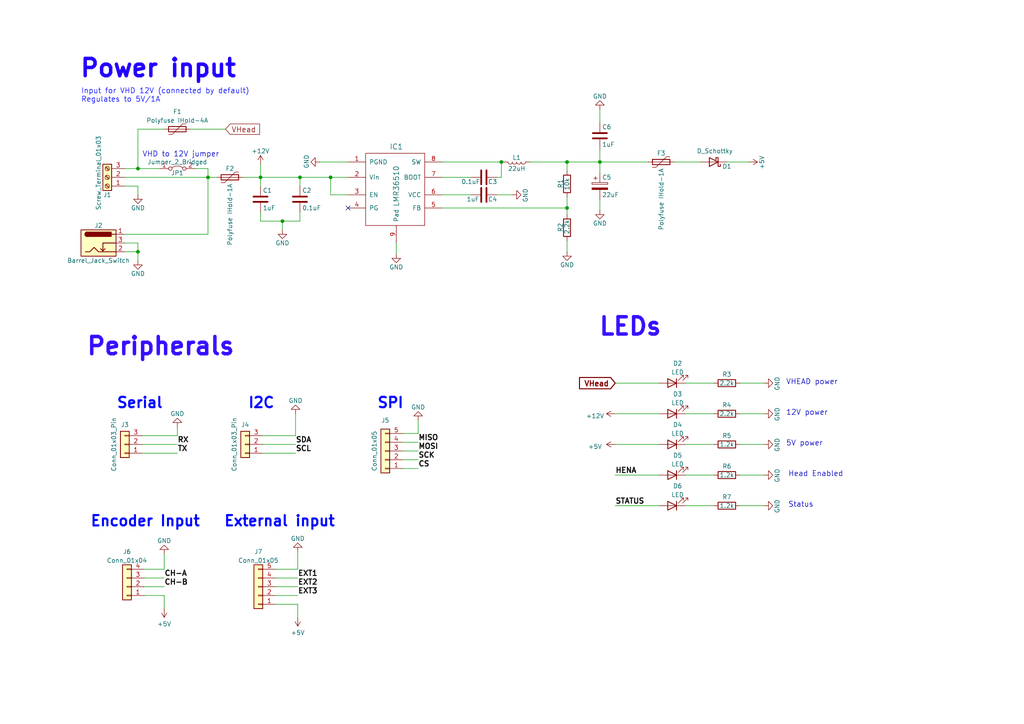
<source format=kicad_sch>
(kicad_sch (version 20230121) (generator eeschema)
  (paper "A4")
  (title_block (date "2023-05-09"))
  (lib_symbols
    (symbol "Connector:Barrel_Jack_Switch" (pin_names hide)
      (property "Reference" "J" (at 0 5.334 0))
      (property "Value" "Barrel_Jack_Switch" (at 0 -5.08 0))
      (symbol "Barrel_Jack_Switch_0_1"
        (rectangle (start -5.08 3.81) (end 5.08 -3.81) (stroke (width 0.254)) (fill (type background)))
        (arc (start -3.302 3.175) (mid -3.9343 2.54) (end -3.302 1.905) (stroke (width 0.254)))
        (arc (start -3.302 3.175) (mid -3.9343 2.54) (end -3.302 1.905) (stroke (width 0.254)) (fill (type outline)))
        (polyline (pts (xy 1.27 -2.286) (xy 1.905 -1.651)) (stroke (width 0.254)))
        (polyline (pts (xy 5.08 2.54) (xy 3.81 2.54)) (stroke (width 0.254)))
        (polyline (pts (xy 5.08 0) (xy 1.27 0) (xy 1.27 -2.286) (xy 0.635 -1.651)) (stroke (width 0.254)))
        (polyline (pts (xy -3.81 -2.54) (xy -2.54 -2.54) (xy -1.27 -1.27) (xy 0 -2.54) (xy 2.54 -2.54) (xy 5.08 -2.54)) (stroke (width 0.254)))
        (rectangle (start 3.683 3.175) (end -3.302 1.905) (stroke (width 0.254)) (fill (type outline)))
      )
      (symbol "Barrel_Jack_Switch_1_1"
        (pin passive line (at 7.62 2.54 180) (length 2.54) (name "~") (number "1"))
        (pin passive line (at 7.62 -2.54 180) (length 2.54) (name "~") (number "2"))
        (pin passive line (at 7.62 0 180) (length 2.54) (name "~") (number "3"))
      )
    )
    (symbol "Connector:Screw_Terminal_01x03" (pin_names (offset 1.016) hide)
      (property "Reference" "J" (at 0 5.08 0))
      (property "Value" "Screw_Terminal_01x03" (at 0 -5.08 0))
      (symbol "Screw_Terminal_01x03_1_1"
        (rectangle (start -1.27 3.81) (end 1.27 -3.81) (stroke (width 0.254)) (fill (type background)))
        (circle (center 0 -2.54) (radius 0.635) (stroke (width 0.1524)))
        (polyline (pts (xy -0.5334 -2.2098) (xy 0.3302 -3.048)) (stroke (width 0.1524)))
        (polyline (pts (xy -0.5334 0.3302) (xy 0.3302 -0.508)) (stroke (width 0.1524)))
        (polyline (pts (xy -0.5334 2.8702) (xy 0.3302 2.032)) (stroke (width 0.1524)))
        (polyline (pts (xy -0.3556 -2.032) (xy 0.508 -2.8702)) (stroke (width 0.1524)))
        (polyline (pts (xy -0.3556 0.508) (xy 0.508 -0.3302)) (stroke (width 0.1524)))
        (polyline (pts (xy -0.3556 3.048) (xy 0.508 2.2098)) (stroke (width 0.1524)))
        (circle (center 0 0) (radius 0.635) (stroke (width 0.1524)))
        (circle (center 0 2.54) (radius 0.635) (stroke (width 0.1524)))
        (pin passive line (at -5.08 2.54 0) (length 3.81) (name "Pin_1") (number "1"))
        (pin passive line (at -5.08 0 0) (length 3.81) (name "Pin_2") (number "2"))
        (pin passive line (at -5.08 -2.54 0) (length 3.81) (name "Pin_3") (number "3"))
      )
    )
    (symbol "Connector_Generic:Conn_01x03" (pin_names (offset 1.016) hide)
      (property "Reference" "J" (at 0 5.08 0))
      (property "Value" "Conn_01x03" (at 0 -5.08 0))
      (symbol "Conn_01x03_1_1"
        (rectangle (start -1.27 -2.413) (end 0 -2.667) (stroke (width 0.1524)))
        (rectangle (start -1.27 0.127) (end 0 -0.127) (stroke (width 0.1524)))
        (rectangle (start -1.27 2.667) (end 0 2.413) (stroke (width 0.1524)))
        (rectangle (start -1.27 3.81) (end 1.27 -3.81) (stroke (width 0.254)) (fill (type background)))
        (pin passive line (at -5.08 2.54 0) (length 3.81) (name "Pin_1") (number "1"))
        (pin passive line (at -5.08 0 0) (length 3.81) (name "Pin_2") (number "2"))
        (pin passive line (at -5.08 -2.54 0) (length 3.81) (name "Pin_3") (number "3"))
      )
    )
    (symbol "Connector_Generic:Conn_01x04" (pin_names (offset 1.016) hide)
      (property "Reference" "J" (at 0 5.08 0))
      (property "Value" "Conn_01x04" (at 0 -7.62 0))
      (symbol "Conn_01x04_1_1"
        (rectangle (start -1.27 -4.953) (end 0 -5.207) (stroke (width 0.1524)))
        (rectangle (start -1.27 -2.413) (end 0 -2.667) (stroke (width 0.1524)))
        (rectangle (start -1.27 0.127) (end 0 -0.127) (stroke (width 0.1524)))
        (rectangle (start -1.27 2.667) (end 0 2.413) (stroke (width 0.1524)))
        (rectangle (start -1.27 3.81) (end 1.27 -6.35) (stroke (width 0.254)) (fill (type background)))
        (pin passive line (at -5.08 2.54 0) (length 3.81) (name "Pin_1") (number "1"))
        (pin passive line (at -5.08 0 0) (length 3.81) (name "Pin_2") (number "2"))
        (pin passive line (at -5.08 -2.54 0) (length 3.81) (name "Pin_3") (number "3"))
        (pin passive line (at -5.08 -5.08 0) (length 3.81) (name "Pin_4") (number "4"))
      )
    )
    (symbol "Connector_Generic:Conn_01x05" (pin_names (offset 1.016) hide)
      (property "Reference" "J" (at 0 7.62 0))
      (property "Value" "Conn_01x05" (at 0 -7.62 0))
      (symbol "Conn_01x05_1_1"
        (rectangle (start -1.27 -4.953) (end 0 -5.207) (stroke (width 0.1524)))
        (rectangle (start -1.27 -2.413) (end 0 -2.667) (stroke (width 0.1524)))
        (rectangle (start -1.27 0.127) (end 0 -0.127) (stroke (width 0.1524)))
        (rectangle (start -1.27 2.667) (end 0 2.413) (stroke (width 0.1524)))
        (rectangle (start -1.27 5.207) (end 0 4.953) (stroke (width 0.1524)))
        (rectangle (start -1.27 6.35) (end 1.27 -6.35) (stroke (width 0.254)) (fill (type background)))
        (pin passive line (at -5.08 5.08 0) (length 3.81) (name "Pin_1") (number "1"))
        (pin passive line (at -5.08 2.54 0) (length 3.81) (name "Pin_2") (number "2"))
        (pin passive line (at -5.08 0 0) (length 3.81) (name "Pin_3") (number "3"))
        (pin passive line (at -5.08 -2.54 0) (length 3.81) (name "Pin_4") (number "4"))
        (pin passive line (at -5.08 -5.08 0) (length 3.81) (name "Pin_5") (number "5"))
      )
    )
    (symbol "Device:C" (pin_numbers hide) (pin_names (offset 0.254))
      (property "Reference" "C" (at 0.635 2.54 0))
      (property "Value" "C" (at 0.635 -2.54 0))
      (symbol "C_0_1"
        (polyline (pts (xy -2.032 -0.762) (xy 2.032 -0.762)) (stroke (width 0.508)))
        (polyline (pts (xy -2.032 0.762) (xy 2.032 0.762)) (stroke (width 0.508)))
      )
      (symbol "C_1_1"
        (pin passive line (at 0 3.81 270) (length 2.794) (name "~") (number "1"))
        (pin passive line (at 0 -3.81 90) (length 2.794) (name "~") (number "2"))
      )
    )
    (symbol "Device:C_Polarized" (pin_numbers hide) (pin_names (offset 0.254))
      (property "Reference" "C" (at 0.635 2.54 0))
      (property "Value" "C_Polarized" (at 0.635 -2.54 0))
      (symbol "C_Polarized_0_1"
        (rectangle (start -2.286 0.508) (end 2.286 1.016))
        (polyline (pts (xy -1.778 2.286) (xy -0.762 2.286)))
        (polyline (pts (xy -1.27 2.794) (xy -1.27 1.778)))
        (rectangle (start 2.286 -0.508) (end -2.286 -1.016) (fill (type outline)))
      )
      (symbol "C_Polarized_1_1"
        (pin passive line (at 0 3.81 270) (length 2.794) (name "~") (number "1"))
        (pin passive line (at 0 -3.81 90) (length 2.794) (name "~") (number "2"))
      )
    )
    (symbol "Device:D_Schottky" (pin_numbers hide) (pin_names (offset 1.016) hide)
      (property "Reference" "D" (at 0 2.54 0))
      (property "Value" "D_Schottky" (at 0 -2.54 0))
      (symbol "D_Schottky_0_1"
        (polyline (pts (xy 1.27 0) (xy -1.27 0)))
        (polyline (pts (xy 1.27 1.27) (xy 1.27 -1.27) (xy -1.27 0) (xy 1.27 1.27)) (stroke (width 0.254)))
        (polyline (pts (xy -1.905 0.635) (xy -1.905 1.27) (xy -1.27 1.27) (xy -1.27 -1.27) (xy -0.635 -1.27) (xy -0.635 -0.635)) (stroke (width 0.254)))
      )
      (symbol "D_Schottky_1_1"
        (pin passive line (at -3.81 0 0) (length 2.54) (name "K") (number "1"))
        (pin passive line (at 3.81 0 180) (length 2.54) (name "A") (number "2"))
      )
    )
    (symbol "Device:L" (pin_numbers hide) (pin_names (offset 1.016) hide)
      (property "Reference" "L" (at -1.27 0 90))
      (property "Value" "L" (at 1.905 0 90))
      (symbol "L_0_1"
        (arc (start 0 -2.54) (mid 0.6323 -1.905) (end 0 -1.27))
        (arc (start 0 -1.27) (mid 0.6323 -0.635) (end 0 0))
        (arc (start 0 0) (mid 0.6323 0.635) (end 0 1.27))
        (arc (start 0 1.27) (mid 0.6323 1.905) (end 0 2.54))
      )
      (symbol "L_1_1"
        (pin passive line (at 0 3.81 270) (length 1.27) (name "1") (number "1"))
        (pin passive line (at 0 -3.81 90) (length 1.27) (name "2") (number "2"))
      )
    )
    (symbol "Device:LED" (pin_numbers hide) (pin_names (offset 1.016) hide)
      (property "Reference" "D" (at 0 2.54 0))
      (property "Value" "LED" (at 0 -2.54 0))
      (symbol "LED_0_1"
        (polyline (pts (xy -1.27 -1.27) (xy -1.27 1.27)) (stroke (width 0.254)))
        (polyline (pts (xy -1.27 0) (xy 1.27 0)))
        (polyline (pts (xy 1.27 -1.27) (xy 1.27 1.27) (xy -1.27 0) (xy 1.27 -1.27)) (stroke (width 0.254)))
        (polyline (pts (xy -3.048 -0.762) (xy -4.572 -2.286) (xy -3.81 -2.286) (xy -4.572 -2.286) (xy -4.572 -1.524)))
        (polyline (pts (xy -1.778 -0.762) (xy -3.302 -2.286) (xy -2.54 -2.286) (xy -3.302 -2.286) (xy -3.302 -1.524)))
      )
      (symbol "LED_1_1"
        (pin passive line (at -3.81 0 0) (length 2.54) (name "K") (number "1"))
        (pin passive line (at 3.81 0 180) (length 2.54) (name "A") (number "2"))
      )
    )
    (symbol "Device:Polyfuse" (pin_numbers hide) (pin_names (offset 0))
      (property "Reference" "F" (at -2.54 0 90))
      (property "Value" "Polyfuse" (at 2.54 0 90))
      (symbol "Polyfuse_0_1"
        (rectangle (start -0.762 2.54) (end 0.762 -2.54) (stroke (width 0.254)))
        (polyline (pts (xy 0 2.54) (xy 0 -2.54)))
        (polyline (pts (xy -1.524 2.54) (xy -1.524 1.524) (xy 1.524 -1.524) (xy 1.524 -2.54)))
      )
      (symbol "Polyfuse_1_1"
        (pin passive line (at 0 3.81 270) (length 1.27) (name "~") (number "1"))
        (pin passive line (at 0 -3.81 90) (length 1.27) (name "~") (number "2"))
      )
    )
    (symbol "Device:R" (pin_numbers hide) (pin_names (offset 0))
      (property "Reference" "R" (at 2.032 0 90))
      (property "Value" "R" (at 0 0 90))
      (symbol "R_0_1"
        (rectangle (start -1.016 -2.54) (end 1.016 2.54) (stroke (width 0.254)))
      )
      (symbol "R_1_1"
        (pin passive line (at 0 3.81 270) (length 1.27) (name "~") (number "1"))
        (pin passive line (at 0 -3.81 90) (length 1.27) (name "~") (number "2"))
      )
    )
    (symbol "HP45 controller parts:LMR36510" (pin_names (offset 1.016))
      (property "Reference" "IC" (at -0.635 11.43 0))
      (property "Value" "LMR36510" (at 0 0 90))
      (symbol "LMR36510_0_0"
        (rectangle (start -8.89 9.525) (end 8.255 -11.43))
      )
      (symbol "LMR36510_1_1"
        (pin input line (at -13.97 6.985 0) (length 5.08) (name "PGND") (number "1"))
        (pin input line (at -13.97 2.54 0) (length 5.08) (name "Vin") (number "2"))
        (pin input line (at -13.97 -2.54 0) (length 5.08) (name "EN") (number "3"))
        (pin input line (at -13.97 -6.35 0) (length 5.08) (name "PG") (number "4"))
        (pin input line (at 13.335 -6.35 180) (length 5.08) (name "FB") (number "5"))
        (pin input line (at 13.335 -2.54 180) (length 5.08) (name "VCC") (number "6"))
        (pin input line (at 13.335 2.54 180) (length 5.08) (name "BOOT") (number "7"))
        (pin input line (at 13.335 6.985 180) (length 5.08) (name "SW") (number "8"))
        (pin input line (at 0 -16.51 90) (length 5.08) (name "Pad") (number "9"))
      )
    )
    (symbol "Jumper:Jumper_2_Bridged" (pin_names (offset 0) hide)
      (property "Reference" "JP" (at 0 1.905 0))
      (property "Value" "Jumper_2_Bridged" (at 0 -2.54 0))
      (symbol "Jumper_2_Bridged_0_0"
        (circle (center -2.032 0) (radius 0.508))
        (circle (center 2.032 0) (radius 0.508))
      )
      (symbol "Jumper_2_Bridged_0_1"
        (arc (start 1.524 0.254) (mid 0 0.762) (end -1.524 0.254))
      )
      (symbol "Jumper_2_Bridged_1_1"
        (pin passive line (at -5.08 0 0) (length 2.54) (name "A") (number "1"))
        (pin passive line (at 5.08 0 180) (length 2.54) (name "B") (number "2"))
      )
    )
    (symbol "power:+12V" (power) (pin_names (offset 0))
      (property "Value" "+12V" (at 0 3.556 0))
      (symbol "+12V_0_1"
        (polyline (pts (xy -0.762 1.27) (xy 0 2.54)))
        (polyline (pts (xy 0 0) (xy 0 2.54)))
        (polyline (pts (xy 0 2.54) (xy 0.762 1.27)))
      )
      (symbol "+12V_1_1"
        (pin power_in line (at 0 0 90) (length 0) hide (name "+12V") (number "1"))
      )
    )
    (symbol "power:+5V" (power) (pin_names (offset 0))
      (property "Value" "+5V" (at 0 3.556 0))
      (symbol "+5V_0_1"
        (polyline (pts (xy -0.762 1.27) (xy 0 2.54)))
        (polyline (pts (xy 0 0) (xy 0 2.54)))
        (polyline (pts (xy 0 2.54) (xy 0.762 1.27)))
      )
      (symbol "+5V_1_1"
        (pin power_in line (at 0 0 90) (length 0) hide (name "+5V") (number "1"))
      )
    )
    (symbol "power:GND" (power) (pin_names (offset 0))
      (property "Value" "GND" (at 0 -3.81 0))
      (symbol "GND_0_1"
        (polyline (pts (xy 0 0) (xy 0 -1.27) (xy 1.27 -1.27) (xy 0 -2.54) (xy -1.27 -1.27) (xy 0 -1.27)))
      )
      (symbol "GND_1_1"
        (pin power_in line (at 0 0 270) (length 0) hide (name "GND") (number "1"))
      )
    )
  )
  (junction (at 145.415 46.99))
  (junction (at 164.465 46.99))
  (junction (at 86.995 51.435))
  (junction (at 95.885 51.435))
  (junction (at 60.325 51.435))
  (junction (at 40.005 48.895))
  (junction (at 81.915 64.135))
  (junction (at 173.99 46.99))
  (junction (at 164.465 60.325))
  (junction (at 40.005 73.025))
  (junction (at 75.565 51.435))
  (no_connect (at 100.965 60.325))
  (wire (pts (xy 86.36 175.26) (xy 86.36 179.07)))
  (wire (pts (xy 86.36 165.1) (xy 86.36 160.02)))
  (wire (pts (xy 145.415 46.99) (xy 146.05 46.99)))
  (wire (pts (xy 116.84 135.89) (xy 121.285 135.89)))
  (wire (pts (xy 80.01 170.18) (xy 86.36 170.18)))
  (wire (pts (xy 40.005 56.515) (xy 40.005 53.975)))
  (wire (pts (xy 60.325 51.435) (xy 60.325 67.945)))
  (wire (pts (xy 76.2 126.365) (xy 85.725 126.365)))
  (wire (pts (xy 86.995 64.135) (xy 86.995 61.595)))
  (wire (pts (xy 153.67 46.99) (xy 164.465 46.99)))
  (wire (pts (xy 76.2 128.905) (xy 85.725 128.905)))
  (wire (pts (xy 128.27 56.515) (xy 136.525 56.515)))
  (wire (pts (xy 47.625 165.1) (xy 47.625 160.655)))
  (wire (pts (xy 214.63 111.125) (xy 221.615 111.125)))
  (wire (pts (xy 41.91 165.1) (xy 47.625 165.1)))
  (wire (pts (xy 116.84 133.35) (xy 121.285 133.35)))
  (wire (pts (xy 116.84 128.27) (xy 121.285 128.27)))
  (wire (pts (xy 60.325 51.435) (xy 62.865 51.435)))
  (wire (pts (xy 164.465 46.99) (xy 173.99 46.99)))
  (wire (pts (xy 173.99 43.18) (xy 173.99 46.99)))
  (wire (pts (xy 214.63 137.795) (xy 221.615 137.795)))
  (wire (pts (xy 40.005 53.975) (xy 36.195 53.975)))
  (wire (pts (xy 85.725 126.365) (xy 85.725 120.015)))
  (wire (pts (xy 128.27 51.435) (xy 136.525 51.435)))
  (wire (pts (xy 164.465 57.15) (xy 164.465 60.325)))
  (wire (pts (xy 47.625 172.72) (xy 47.625 176.53)))
  (wire (pts (xy 40.005 48.895) (xy 46.355 48.895)))
  (wire (pts (xy 80.01 165.1) (xy 86.36 165.1)))
  (wire (pts (xy 70.485 51.435) (xy 75.565 51.435)))
  (wire (pts (xy 51.435 126.365) (xy 41.275 126.365)))
  (wire (pts (xy 144.145 51.435) (xy 145.415 51.435)))
  (wire (pts (xy 76.2 131.445) (xy 85.725 131.445)))
  (wire (pts (xy 80.01 172.72) (xy 86.36 172.72)))
  (wire (pts (xy 198.755 120.015) (xy 207.01 120.015)))
  (wire (pts (xy 81.915 64.135) (xy 81.915 66.675)))
  (wire (pts (xy 75.565 61.595) (xy 75.565 64.135)))
  (wire (pts (xy 86.995 51.435) (xy 95.885 51.435)))
  (wire (pts (xy 178.435 111.125) (xy 191.135 111.125)))
  (wire (pts (xy 164.465 60.325) (xy 164.465 62.23)))
  (wire (pts (xy 178.435 146.685) (xy 191.135 146.685)))
  (wire (pts (xy 86.995 53.975) (xy 86.995 51.435)))
  (wire (pts (xy 173.99 31.75) (xy 173.99 35.56)))
  (wire (pts (xy 121.285 125.73) (xy 121.285 121.92)))
  (wire (pts (xy 56.515 48.895) (xy 60.325 48.895)))
  (wire (pts (xy 36.195 70.485) (xy 40.005 70.485)))
  (wire (pts (xy 60.325 48.895) (xy 60.325 51.435)))
  (wire (pts (xy 173.99 46.99) (xy 187.96 46.99)))
  (wire (pts (xy 128.27 46.99) (xy 145.415 46.99)))
  (wire (pts (xy 47.625 37.465) (xy 40.005 37.465)))
  (wire (pts (xy 116.84 125.73) (xy 121.285 125.73)))
  (wire (pts (xy 114.935 70.485) (xy 114.935 73.66)))
  (wire (pts (xy 80.01 167.64) (xy 86.36 167.64)))
  (wire (pts (xy 41.91 170.18) (xy 47.625 170.18)))
  (wire (pts (xy 95.885 56.515) (xy 95.885 51.435)))
  (wire (pts (xy 195.58 46.99) (xy 203.2 46.99)))
  (wire (pts (xy 198.755 146.685) (xy 207.01 146.685)))
  (wire (pts (xy 95.885 51.435) (xy 100.965 51.435)))
  (wire (pts (xy 144.145 56.515) (xy 148.59 56.515)))
  (wire (pts (xy 116.84 130.81) (xy 121.285 130.81)))
  (wire (pts (xy 60.325 67.945) (xy 36.195 67.945)))
  (wire (pts (xy 75.565 51.435) (xy 75.565 53.975)))
  (wire (pts (xy 36.195 51.435) (xy 60.325 51.435)))
  (wire (pts (xy 214.63 120.015) (xy 221.615 120.015)))
  (wire (pts (xy 178.435 137.795) (xy 191.135 137.795)))
  (wire (pts (xy 198.755 111.125) (xy 207.01 111.125)))
  (wire (pts (xy 164.465 46.99) (xy 164.465 49.53)))
  (wire (pts (xy 36.195 48.895) (xy 40.005 48.895)))
  (wire (pts (xy 198.755 137.795) (xy 207.01 137.795)))
  (wire (pts (xy 81.915 64.135) (xy 86.995 64.135)))
  (wire (pts (xy 75.565 51.435) (xy 86.995 51.435)))
  (wire (pts (xy 214.63 128.905) (xy 221.615 128.905)))
  (wire (pts (xy 75.565 47.625) (xy 75.565 51.435)))
  (wire (pts (xy 51.435 123.825) (xy 51.435 126.365)))
  (wire (pts (xy 80.01 175.26) (xy 86.36 175.26)))
  (wire (pts (xy 173.99 46.99) (xy 173.99 50.165)))
  (wire (pts (xy 40.005 37.465) (xy 40.005 48.895)))
  (wire (pts (xy 40.005 73.025) (xy 40.005 75.565)))
  (wire (pts (xy 92.71 46.99) (xy 100.965 46.99)))
  (wire (pts (xy 75.565 64.135) (xy 81.915 64.135)))
  (wire (pts (xy 173.99 57.785) (xy 173.99 60.96)))
  (wire (pts (xy 178.435 120.015) (xy 191.135 120.015)))
  (wire (pts (xy 214.63 146.685) (xy 221.615 146.685)))
  (wire (pts (xy 55.245 37.465) (xy 65.405 37.465)))
  (wire (pts (xy 210.82 46.99) (xy 217.17 46.99)))
  (wire (pts (xy 100.965 56.515) (xy 95.885 56.515)))
  (wire (pts (xy 178.435 128.905) (xy 191.135 128.905)))
  (wire (pts (xy 128.27 60.325) (xy 164.465 60.325)))
  (wire (pts (xy 145.415 51.435) (xy 145.415 46.99)))
  (wire (pts (xy 41.275 131.445) (xy 51.435 131.445)))
  (wire (pts (xy 41.275 128.905) (xy 51.435 128.905)))
  (wire (pts (xy 36.195 73.025) (xy 40.005 73.025)))
  (wire (pts (xy 164.465 69.85) (xy 164.465 73.025)))
  (wire (pts (xy 41.91 167.64) (xy 47.625 167.64)))
  (wire (pts (xy 198.755 128.905) (xy 207.01 128.905)))
  (wire (pts (xy 41.91 172.72) (xy 47.625 172.72)))
  (wire (pts (xy 40.005 70.485) (xy 40.005 73.025)))
  (text "Head Enabled" (at 228.6 138.43 0) (effects (font (size 1.524 1.524)) (justify left bottom)))
  (text "Input for VHD 12V (connected by default)\nRegulates to 5V/1A" (at 23.495 29.845 0) (effects (font (size 1.524 1.524)) (justify left bottom)))
  (text "VHEAD power" (at 227.965 111.76 0) (effects (font (size 1.524 1.524)) (justify left bottom)))
  (text "Power input" (at 22.86 22.86 0) (effects (font (size 5 5) (thickness 1) bold) (justify left bottom)))
  (text "12V power" (at 227.965 120.65 0) (effects (font (size 1.524 1.524)) (justify left bottom)))
  (text "Serial" (at 33.655 118.745 0) (effects (font (size 3 3) bold) (justify left bottom)))
  (text "LEDs" (at 173.355 97.79 0) (effects (font (size 5 5) (thickness 1) bold) (justify left bottom)))
  (text "VHD to 12V jumper" (at 41.275 45.72 0) (effects (font (size 1.524 1.524)) (justify left bottom)))
  (text "I2C" (at 71.755 118.745 0) (effects (font (size 3 3) bold) (justify left bottom)))
  (text "5V power" (at 227.965 129.54 0) (effects (font (size 1.524 1.524)) (justify left bottom)))
  (text "External input" (at 64.77 153.035 0) (effects (font (size 3 3) bold) (justify left bottom)))
  (text "Encoder Input" (at 26.035 153.035 0) (effects (font (size 3 3) bold) (justify left bottom)))
  (text "Peripherals" (at 24.765 103.505 0) (effects (font (size 5 5) (thickness 1) bold) (justify left bottom)))
  (text "SPI" (at 109.22 118.745 0) (effects (font (size 3 3) bold) (justify left bottom)))
  (text "Status" (at 228.6 147.32 0) (effects (font (size 1.524 1.524)) (justify left bottom)))
  (label "EXT1" (at 86.36 167.64 0) (effects (font (size 1.524 1.524) bold)))
  (label "MISO" (at 121.285 128.27 0) (effects (font (size 1.524 1.524) bold)))
  (label "CH-B" (at 47.625 170.18 0) (effects (font (size 1.524 1.524) bold)))
  (label "SCL" (at 85.725 131.445 0) (effects (font (size 1.524 1.524) bold)))
  (label "SCK" (at 121.285 133.35 0) (effects (font (size 1.524 1.524) bold)))
  (label "EXT3" (at 86.36 172.72 0) (effects (font (size 1.524 1.524) bold)))
  (label "CH-A" (at 47.625 167.64 0) (effects (font (size 1.524 1.524) bold)))
  (label "SDA" (at 85.725 128.905 0) (effects (font (size 1.524 1.524) bold)))
  (label "STATUS" (at 178.435 146.685 0) (effects (font (size 1.524 1.524) bold)))
  (label "EXT2" (at 86.36 170.18 0) (effects (font (size 1.524 1.524) bold)))
  (label "HENA" (at 178.435 137.795 0) (effects (font (size 1.524 1.524) bold)))
  (label "RX" (at 51.435 128.905 0) (effects (font (size 1.524 1.524) bold)))
  (label "MOSI" (at 121.285 130.81 0) (effects (font (size 1.524 1.524) bold)))
  (label "TX" (at 51.435 131.445 0) (effects (font (size 1.524 1.524) bold)))
  (label "CS" (at 121.285 135.89 0) (effects (font (size 1.524 1.524) bold)))
  (global_label "VHead" (shape input) (at 65.405 37.465 0) (effects (font (size 1.524 1.524))) (property "Intersheetrefs" "${INTERSHEET_REFS}" (effects hide)))
  (global_label "VHead" (shape input) (at 178.435 111.125 180) (effects (font (size 1.524 1.524) bold)) (property "Intersheetrefs" "${INTERSHEET_REFS}" (effects hide)))
  (symbol (lib_id "power:GND") (at 221.615 120.015 90) (unit 1)
    (property "Reference" "#PWR022" (effects hide))
    (property "Value" "GND" (at 225.425 118.11 0) (effects (justify right)))
  )
  (symbol (lib_id "Device:R") (at 210.82 120.015 90) (unit 1)
    (property "Reference" "R4" (at 210.82 117.475 90))
    (property "Value" "2.2k" (at 210.82 120.015 90))
  )
  (symbol (lib_id "Device:LED") (at 194.945 137.795 180) (unit 1)
    (property "Reference" "D5" (at 196.5325 132.08 0))
    (property "Value" "LED" (at 196.5325 134.62 0))
  )
  (symbol (lib_id "power:GND") (at 86.36 160.02 180) (unit 1)
    (property "Reference" "#PWR017" (effects hide))
    (property "Value" "GND" (at 86.36 156.21 0))
  )
  (symbol (lib_id "Device:LED") (at 194.945 146.685 180) (unit 1)
    (property "Reference" "D6" (at 196.5325 140.97 0))
    (property "Value" "LED" (at 196.5325 143.51 0))
  )
  (symbol (lib_id "power:GND") (at 81.915 66.675 0) (unit 1)
    (property "Reference" "#PWR04" (effects hide))
    (property "Value" "GND" (at 81.915 70.485 0))
  )
  (symbol (lib_id "Device:R") (at 210.82 137.795 90) (unit 1)
    (property "Reference" "R6" (at 210.82 135.255 90))
    (property "Value" "1.2k" (at 210.82 137.795 90))
  )
  (symbol (lib_id "power:GND") (at 47.625 160.655 180) (unit 1)
    (property "Reference" "#PWR015" (effects hide))
    (property "Value" "GND" (at 47.625 156.845 0))
  )
  (symbol (lib_id "power:+5V") (at 217.17 46.99 270) (unit 1)
    (property "Reference" "#PWR011" (effects hide))
    (property "Value" "+5V" (at 220.98 45.085 0) (effects (justify left)))
  )
  (symbol (lib_id "Device:R") (at 164.465 53.34 0) (unit 1)
    (property "Reference" "R1" (at 162.56 54.61 90) (effects (justify left)))
    (property "Value" "10k" (at 164.465 55.245 90) (effects (justify left)))
  )
  (symbol (lib_id "Device:LED") (at 194.945 120.015 180) (unit 1)
    (property "Reference" "D3" (at 196.5325 114.3 0))
    (property "Value" "LED" (at 196.5325 116.84 0))
  )
  (symbol (lib_id "power:+5V") (at 178.435 128.905 90) (unit 1)
    (property "Reference" "#PWR019" (effects hide))
    (property "Value" "+5V" (at 174.625 129.54 90) (effects (justify left)))
  )
  (symbol (lib_id "power:GND") (at 221.615 146.685 90) (unit 1)
    (property "Reference" "#PWR025" (effects hide))
    (property "Value" "GND" (at 225.425 144.78 0) (effects (justify right)))
  )
  (symbol (lib_id "Connector_Generic:Conn_01x05") (at 74.93 170.18 180) (unit 1)
    (property "Reference" "J7" (at 74.93 160.02 0))
    (property "Value" "Conn_01x05" (at 74.93 162.56 0))
  )
  (symbol (lib_id "power:GND") (at 92.71 46.99 270) (unit 1)
    (property "Reference" "#PWR05" (effects hide))
    (property "Value" "GND" (at 88.9 48.895 0) (effects (justify right)))
  )
  (symbol (lib_id "Connector:Barrel_Jack_Switch") (at 28.575 70.485 0) (unit 1)
    (property "Reference" "J2" (at 28.575 65.405 0))
    (property "Value" "Barrel_Jack_Switch" (at 28.575 75.565 0))
  )
  (symbol (lib_id "power:GND") (at 173.99 31.75 180) (unit 1)
    (property "Reference" "#PWR010" (effects hide))
    (property "Value" "GND" (at 173.99 27.94 0))
  )
  (symbol (lib_id "Device:R") (at 210.82 111.125 90) (unit 1)
    (property "Reference" "R3" (at 210.82 108.585 90))
    (property "Value" "2.2k" (at 210.82 111.125 90))
  )
  (symbol (lib_id "Device:LED") (at 194.945 111.125 180) (unit 1)
    (property "Reference" "D2" (at 196.5325 105.41 0))
    (property "Value" "LED" (at 196.5325 107.95 0))
  )
  (symbol (lib_id "Device:C") (at 140.335 56.515 90) (unit 1)
    (property "Reference" "C4" (at 142.875 57.785 90))
    (property "Value" "1uF" (at 137.16 57.785 90))
  )
  (symbol (lib_id "power:+12V") (at 178.435 120.015 90) (unit 1)
    (property "Reference" "#PWR020" (effects hide))
    (property "Value" "+12V" (at 175.26 120.65 90) (effects (justify left)))
  )
  (symbol (lib_id "Device:C_Polarized") (at 173.99 53.975 0) (unit 1)
    (property "Reference" "C5" (at 174.625 51.435 0) (effects (justify left)))
    (property "Value" "22uF" (at 174.625 56.515 0) (effects (justify left)))
  )
  (symbol (lib_id "Device:Polyfuse") (at 66.675 51.435 90) (unit 1)
    (property "Reference" "F2" (at 66.675 48.895 90))
    (property "Value" "Polyfuse IHold-1A" (at 66.675 62.23 0))
  )
  (symbol (lib_id "Device:Polyfuse") (at 191.77 46.99 90) (unit 1)
    (property "Reference" "F3" (at 191.77 44.45 90))
    (property "Value" "Polyfuse IHold-1A" (at 191.77 57.785 0))
  )
  (symbol (lib_id "power:GND") (at 121.285 121.92 180) (unit 1)
    (property "Reference" "#PWR014" (effects hide))
    (property "Value" "GND" (at 121.285 118.11 0))
  )
  (symbol (lib_id "power:+5V") (at 47.625 176.53 180) (unit 1)
    (property "Reference" "#PWR016" (effects hide))
    (property "Value" "+5V" (at 47.625 180.975 0))
  )
  (symbol (lib_id "Device:R") (at 164.465 66.04 0) (unit 1)
    (property "Reference" "R2" (at 162.56 67.31 90) (effects (justify left)))
    (property "Value" "2.2k" (at 164.465 67.945 90) (effects (justify left)))
  )
  (symbol (lib_id "HP45 controller parts:LMR36510") (at 114.935 53.975 0) (unit 1)
    (property "Reference" "IC1" (at 114.935 42.545 0) (effects (font (size 1.524 1.524))))
    (property "Value" "LMR36510" (at 114.935 53.975 90) (effects (font (size 1.524 1.524))))
  )
  (symbol (lib_id "Device:Polyfuse") (at 51.435 37.465 90) (unit 1)
    (property "Reference" "F1" (at 51.435 32.385 90))
    (property "Value" "Polyfuse IHold-4A" (at 51.435 34.925 90))
  )
  (symbol (lib_id "Connector_Generic:Conn_01x05") (at 111.76 130.81 180) (unit 1)
    (property "Reference" "J5" (at 111.76 121.92 0))
    (property "Value" "Conn_01x05" (at 108.585 130.81 90))
  )
  (symbol (lib_id "power:GND") (at 114.935 73.66 0) (unit 1)
    (property "Reference" "#PWR06" (effects hide))
    (property "Value" "GND" (at 114.935 77.47 0))
  )
  (symbol (lib_id "power:GND") (at 164.465 73.025 0) (unit 1)
    (property "Reference" "#PWR08" (effects hide))
    (property "Value" "GND" (at 164.465 76.835 0))
  )
  (symbol (lib_id "Device:C") (at 75.565 57.785 0) (unit 1)
    (property "Reference" "C1" (at 76.2 55.245 0) (effects (justify left)))
    (property "Value" "1uF" (at 76.2 60.325 0) (effects (justify left)))
  )
  (symbol (lib_id "power:GND") (at 85.725 120.015 180) (unit 1)
    (property "Reference" "#PWR013" (effects hide))
    (property "Value" "GND" (at 85.725 116.205 0))
  )
  (symbol (lib_id "power:GND") (at 221.615 111.125 90) (unit 1)
    (property "Reference" "#PWR021" (effects hide))
    (property "Value" "GND" (at 225.425 109.22 0) (effects (justify right)))
  )
  (symbol (lib_id "Connector:Screw_Terminal_01x03") (at 31.115 51.435 180) (unit 1)
    (property "Reference" "J1" (at 31.115 56.515 0))
    (property "Value" "Screw_Terminal_01x03" (at 28.575 50.165 90))
  )
  (symbol (lib_id "Device:R") (at 210.82 146.685 90) (unit 1)
    (property "Reference" "R7" (at 210.82 144.145 90))
    (property "Value" "1.2k" (at 210.82 146.685 90))
  )
  (symbol (lib_id "power:GND") (at 173.99 60.96 0) (unit 1)
    (property "Reference" "#PWR09" (effects hide))
    (property "Value" "GND" (at 173.99 64.77 0))
  )
  (symbol (lib_id "Connector_Generic:Conn_01x04") (at 36.83 170.18 180) (unit 1)
    (property "Reference" "J6" (at 36.83 160.02 0))
    (property "Value" "Conn_01x04" (at 36.83 162.56 0))
  )
  (symbol (lib_id "power:GND") (at 51.435 123.825 180) (unit 1)
    (property "Reference" "#PWR012" (effects hide))
    (property "Value" "GND" (at 51.435 120.015 0))
  )
  (symbol (lib_id "Device:R") (at 210.82 128.905 90) (unit 1)
    (property "Reference" "R5" (at 210.82 126.365 90))
    (property "Value" "1.2k" (at 210.82 128.905 90))
  )
  (symbol (lib_id "power:GND") (at 221.615 128.905 90) (unit 1)
    (property "Reference" "#PWR023" (effects hide))
    (property "Value" "GND" (at 225.425 127 0) (effects (justify right)))
  )
  (symbol (lib_id "power:GND") (at 221.615 137.795 90) (unit 1)
    (property "Reference" "#PWR024" (effects hide))
    (property "Value" "GND" (at 225.425 135.89 0) (effects (justify right)))
  )
  (symbol (lib_id "Device:D_Schottky") (at 207.01 46.99 180) (unit 1)
    (property "Reference" "D1" (at 210.82 48.26 0))
    (property "Value" "D_Schottky" (at 207.3275 43.815 0))
  )
  (symbol (lib_id "power:+12V") (at 75.565 47.625 0) (unit 1)
    (property "Reference" "#PWR03" (effects hide))
    (property "Value" "+12V" (at 75.565 43.815 0))
  )
  (symbol (lib_id "Connector_Generic:Conn_01x03") (at 36.195 128.905 180) (unit 1)
    (property "Reference" "J3" (at 36.195 123.19 0))
    (property "Value" "Conn_01x03_Pin" (at 33.02 128.905 90))
  )
  (symbol (lib_id "Jumper:Jumper_2_Bridged") (at 51.435 48.895 0) (unit 1)
    (property "Reference" "JP1" (at 51.435 50.165 0))
    (property "Value" "Jumper_2_Bridged" (at 51.435 46.99 0))
  )
  (symbol (lib_id "Device:LED") (at 194.945 128.905 180) (unit 1)
    (property "Reference" "D4" (at 196.5325 123.19 0))
    (property "Value" "LED" (at 196.5325 125.73 0))
  )
  (symbol (lib_id "power:+5V") (at 86.36 179.07 180) (unit 1)
    (property "Reference" "#PWR018" (effects hide))
    (property "Value" "+5V" (at 86.36 183.515 0))
  )
  (symbol (lib_id "Device:C") (at 86.995 57.785 0) (unit 1)
    (property "Reference" "C2" (at 87.63 55.245 0) (effects (justify left)))
    (property "Value" "0.1uF" (at 87.63 60.325 0) (effects (justify left)))
  )
  (symbol (lib_id "Device:C") (at 140.335 51.435 90) (unit 1)
    (property "Reference" "C3" (at 142.875 52.705 90))
    (property "Value" "0.1uF" (at 136.525 52.705 90))
  )
  (symbol (lib_id "Device:C") (at 173.99 39.37 0) (unit 1)
    (property "Reference" "C6" (at 174.625 36.83 0) (effects (justify left)))
    (property "Value" "1uF" (at 174.625 41.91 0) (effects (justify left)))
  )
  (symbol (lib_id "Connector_Generic:Conn_01x03") (at 71.12 128.905 180) (unit 1)
    (property "Reference" "J4" (at 71.12 123.19 0))
    (property "Value" "Conn_01x03_Pin" (at 67.945 128.905 90))
  )
  (symbol (lib_id "power:GND") (at 40.005 75.565 0) (unit 1)
    (property "Reference" "#PWR02" (effects hide))
    (property "Value" "GND" (at 40.005 79.375 0))
  )
  (symbol (lib_id "Device:L") (at 149.86 46.99 270) (unit 1)
    (property "Reference" "L1" (at 149.86 45.72 90))
    (property "Value" "22uH" (at 149.86 48.895 90))
  )
  (symbol (lib_id "power:GND") (at 148.59 56.515 90) (unit 1)
    (property "Reference" "#PWR07" (effects hide))
    (property "Value" "GND" (at 152.4 54.61 0) (effects (justify right)))
  )
  (symbol (lib_id "power:GND") (at 40.005 56.515 0) (unit 1)
    (property "Reference" "#PWR01" (effects hide))
    (property "Value" "GND" (at 40.005 60.325 0))
  )
)
</source>
